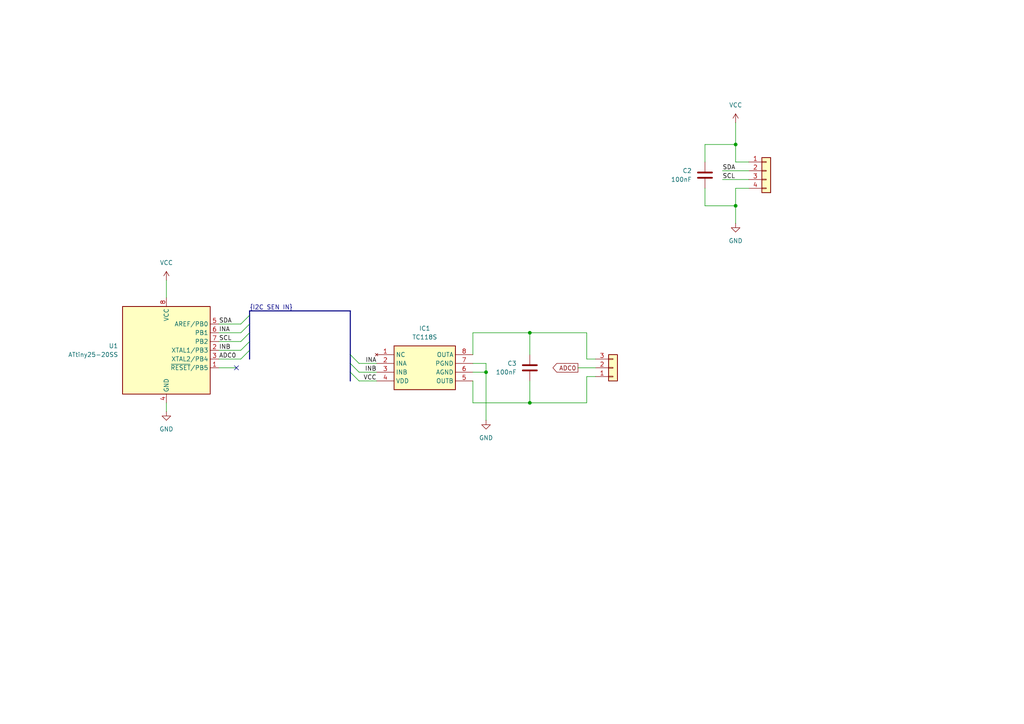
<source format=kicad_sch>
(kicad_sch (version 20231120) (generator "eeschema") (generator_version "8.0")
  (paper "A4")
  (lib_symbols
    (symbol "Connector_Generic:Conn_01x03" (pin_names (offset 1.016) hide)
      (property "Reference" "J" (at 0 5.08 0))
      (property "Value" "Conn_01x03" (at 0 -5.08 0))
      (symbol "Conn_01x03_1_1"
        (rectangle (start -1.27 -2.413) (end 0 -2.667) (stroke (width 0.1524)))
        (rectangle (start -1.27 0.127) (end 0 -0.127) (stroke (width 0.1524)))
        (rectangle (start -1.27 2.667) (end 0 2.413) (stroke (width 0.1524)))
        (rectangle (start -1.27 3.81) (end 1.27 -3.81) (stroke (width 0.254)) (fill (type background)))
        (pin passive line (at -5.08 2.54 0) (length 3.81) (name "Pin_1") (number "1"))
        (pin passive line (at -5.08 0 0) (length 3.81) (name "Pin_2") (number "2"))
        (pin passive line (at -5.08 -2.54 0) (length 3.81) (name "Pin_3") (number "3"))
      )
    )
    (symbol "Connector_Generic:Conn_01x04" (pin_names (offset 1.016) hide)
      (property "Reference" "J" (at 0 5.08 0))
      (property "Value" "Conn_01x04" (at 0 -7.62 0))
      (symbol "Conn_01x04_1_1"
        (rectangle (start -1.27 -4.953) (end 0 -5.207) (stroke (width 0.1524)))
        (rectangle (start -1.27 -2.413) (end 0 -2.667) (stroke (width 0.1524)))
        (rectangle (start -1.27 0.127) (end 0 -0.127) (stroke (width 0.1524)))
        (rectangle (start -1.27 2.667) (end 0 2.413) (stroke (width 0.1524)))
        (rectangle (start -1.27 3.81) (end 1.27 -6.35) (stroke (width 0.254)) (fill (type background)))
        (pin passive line (at -5.08 2.54 0) (length 3.81) (name "Pin_1") (number "1"))
        (pin passive line (at -5.08 0 0) (length 3.81) (name "Pin_2") (number "2"))
        (pin passive line (at -5.08 -2.54 0) (length 3.81) (name "Pin_3") (number "3"))
        (pin passive line (at -5.08 -5.08 0) (length 3.81) (name "Pin_4") (number "4"))
      )
    )
    (symbol "Device:C" (pin_numbers hide) (pin_names (offset 0.254))
      (property "Reference" "C" (at 0.635 2.54 0))
      (property "Value" "C" (at 0.635 -2.54 0))
      (symbol "C_0_1"
        (polyline (pts (xy -2.032 -0.762) (xy 2.032 -0.762)) (stroke (width 0.508)))
        (polyline (pts (xy -2.032 0.762) (xy 2.032 0.762)) (stroke (width 0.508)))
      )
      (symbol "C_1_1"
        (pin passive line (at 0 3.81 270) (length 2.794) (name "~") (number "1"))
        (pin passive line (at 0 -3.81 90) (length 2.794) (name "~") (number "2"))
      )
    )
    (symbol "MCU_Microchip_ATtiny:ATtiny25-20SS"
      (property "Reference" "U" (at -12.7 13.97 0))
      (property "Value" "ATtiny25-20SS" (at 2.54 -13.97 0))
      (symbol "ATtiny25-20SS_0_1"
        (rectangle (start -12.7 -12.7) (end 12.7 12.7) (stroke (width 0.254)) (fill (type background)))
      )
      (symbol "ATtiny25-20SS_1_1"
        (pin bidirectional line (at 15.24 -5.08 180) (length 2.54) (name "~{RESET}/PB5") (number "1"))
        (pin bidirectional line (at 15.24 0 180) (length 2.54) (name "XTAL1/PB3") (number "2"))
        (pin bidirectional line (at 15.24 -2.54 180) (length 2.54) (name "XTAL2/PB4") (number "3"))
        (pin power_in line (at 0 -15.24 90) (length 2.54) (name "GND") (number "4"))
        (pin bidirectional line (at 15.24 7.62 180) (length 2.54) (name "AREF/PB0") (number "5"))
        (pin bidirectional line (at 15.24 5.08 180) (length 2.54) (name "PB1") (number "6"))
        (pin bidirectional line (at 15.24 2.54 180) (length 2.54) (name "PB2") (number "7"))
        (pin power_in line (at 0 15.24 270) (length 2.54) (name "VCC") (number "8"))
      )
    )
    (symbol "TC118S:TC118S"
      (property "Reference" "IC" (at 24.13 7.62 0))
      (property "Value" "TC118S" (at 24.13 5.08 0))
      (symbol "TC118S_1_1"
        (rectangle (start 5.08 2.54) (end 22.86 -10.16) (stroke (width 0.254)) (fill (type background)))
        (pin no_connect line (at 0 0 0) (length 5.08) (name "NC") (number "1"))
        (pin passive line (at 0 -2.54 0) (length 5.08) (name "INA") (number "2"))
        (pin passive line (at 0 -5.08 0) (length 5.08) (name "INB") (number "3"))
        (pin passive line (at 0 -7.62 0) (length 5.08) (name "VDD") (number "4"))
        (pin passive line (at 27.94 -7.62 180) (length 5.08) (name "OUTB") (number "5"))
        (pin passive line (at 27.94 -5.08 180) (length 5.08) (name "AGND") (number "6"))
        (pin passive line (at 27.94 -2.54 180) (length 5.08) (name "PGND") (number "7"))
        (pin passive line (at 27.94 0 180) (length 5.08) (name "OUTA") (number "8"))
      )
    )
    (symbol "power:GND" (power) (pin_numbers hide) (pin_names (offset 0) hide)
      (property "Value" "GND" (at 0 -3.81 0))
      (symbol "GND_0_1"
        (polyline (pts (xy 0 0) (xy 0 -1.27) (xy 1.27 -1.27) (xy 0 -2.54) (xy -1.27 -1.27) (xy 0 -1.27)))
      )
      (symbol "GND_1_1"
        (pin power_in line (at 0 0 270) (length 0) (name "~") (number "1"))
      )
    )
    (symbol "power:VCC" (power) (pin_numbers hide) (pin_names (offset 0) hide)
      (property "Value" "VCC" (at 0 3.556 0))
      (symbol "VCC_0_1"
        (polyline (pts (xy -0.762 1.27) (xy 0 2.54)))
        (polyline (pts (xy 0 0) (xy 0 2.54)))
        (polyline (pts (xy 0 2.54) (xy 0.762 1.27)))
      )
      (symbol "VCC_1_1"
        (pin power_in line (at 0 0 90) (length 0) (name "~") (number "1"))
      )
    )
  )
  (bus_alias "I2C" (members "SDA" "SCL"))
  (bus_alias "IN" (members "INA" "INB"))
  (bus_alias "SEN" (members "ADC[0..3]"))
  (junction (at 153.67 116.84))
  (junction (at 213.36 41.91))
  (junction (at 153.67 96.52))
  (junction (at 140.97 107.95))
  (junction (at 213.36 59.69))
  (no_connect (at 68.58 106.68))
  (bus_entry (at 101.6 105.41) (size 2.54 2.54))
  (bus_entry (at 101.6 102.87) (size 2.54 2.54))
  (bus_entry (at 101.6 107.95) (size 2.54 2.54))
  (bus_entry (at 72.39 96.52) (size -2.54 2.54))
  (bus_entry (at 72.39 93.98) (size -2.54 2.54))
  (bus_entry (at 72.39 99.06) (size -2.54 2.54))
  (bus_entry (at 72.39 101.6) (size -2.54 2.54))
  (bus_entry (at 72.39 91.44) (size -2.54 2.54))
  (wire (pts (xy 209.55 52.07) (xy 217.17 52.07)))
  (wire (pts (xy 63.5 93.98) (xy 69.85 93.98)))
  (bus (pts (xy 101.6 105.41) (xy 101.6 107.95)))
  (wire (pts (xy 213.36 41.91) (xy 204.47 41.91)))
  (wire (pts (xy 204.47 41.91) (xy 204.47 46.99)))
  (bus (pts (xy 72.39 91.44) (xy 72.39 93.98)))
  (wire (pts (xy 172.72 109.22) (xy 170.18 109.22)))
  (wire (pts (xy 63.5 96.52) (xy 69.85 96.52)))
  (wire (pts (xy 137.16 96.52) (xy 153.67 96.52)))
  (wire (pts (xy 153.67 102.87) (xy 153.67 96.52)))
  (wire (pts (xy 140.97 107.95) (xy 140.97 121.92)))
  (wire (pts (xy 137.16 116.84) (xy 137.16 110.49)))
  (wire (pts (xy 48.26 116.84) (xy 48.26 119.38)))
  (wire (pts (xy 140.97 105.41) (xy 140.97 107.95)))
  (wire (pts (xy 153.67 110.49) (xy 153.67 116.84)))
  (wire (pts (xy 137.16 107.95) (xy 140.97 107.95)))
  (wire (pts (xy 137.16 102.87) (xy 137.16 96.52)))
  (wire (pts (xy 104.14 107.95) (xy 109.22 107.95)))
  (wire (pts (xy 63.5 99.06) (xy 69.85 99.06)))
  (wire (pts (xy 48.26 81.28) (xy 48.26 86.36)))
  (wire (pts (xy 104.14 105.41) (xy 109.22 105.41)))
  (wire (pts (xy 172.72 104.14) (xy 170.18 104.14)))
  (bus (pts (xy 101.6 107.95) (xy 101.6 110.49)))
  (bus (pts (xy 101.6 90.17) (xy 72.39 90.17)))
  (bus (pts (xy 72.39 90.17) (xy 72.39 91.44)))
  (wire (pts (xy 213.36 35.56) (xy 213.36 41.91)))
  (wire (pts (xy 153.67 96.52) (xy 170.18 96.52)))
  (wire (pts (xy 137.16 105.41) (xy 140.97 105.41)))
  (wire (pts (xy 213.36 54.61) (xy 217.17 54.61)))
  (wire (pts (xy 204.47 59.69) (xy 213.36 59.69)))
  (bus (pts (xy 72.39 93.98) (xy 72.39 96.52)))
  (wire (pts (xy 213.36 46.99) (xy 217.17 46.99)))
  (bus (pts (xy 72.39 99.06) (xy 72.39 101.6)))
  (wire (pts (xy 170.18 109.22) (xy 170.18 116.84)))
  (bus (pts (xy 72.39 96.52) (xy 72.39 99.06)))
  (bus (pts (xy 101.6 102.87) (xy 101.6 90.17)))
  (wire (pts (xy 204.47 54.61) (xy 204.47 59.69)))
  (wire (pts (xy 213.36 59.69) (xy 213.36 54.61)))
  (wire (pts (xy 137.16 116.84) (xy 153.67 116.84)))
  (wire (pts (xy 153.67 116.84) (xy 170.18 116.84)))
  (wire (pts (xy 167.64 106.68) (xy 172.72 106.68)))
  (wire (pts (xy 213.36 64.77) (xy 213.36 59.69)))
  (wire (pts (xy 209.55 49.53) (xy 217.17 49.53)))
  (wire (pts (xy 68.58 106.68) (xy 63.5 106.68)))
  (wire (pts (xy 104.14 110.49) (xy 109.22 110.49)))
  (bus (pts (xy 101.6 105.41) (xy 101.6 102.87)))
  (wire (pts (xy 213.36 41.91) (xy 213.36 46.99)))
  (wire (pts (xy 63.5 104.14) (xy 69.85 104.14)))
  (bus (pts (xy 72.39 101.6) (xy 72.39 104.14)))
  (wire (pts (xy 170.18 104.14) (xy 170.18 96.52)))
  (wire (pts (xy 63.5 101.6) (xy 69.85 101.6)))
  (label "INB" (at 63.5 101.6 0))
  (label "INA" (at 63.5 96.52 0))
  (label "INA" (at 109.22 105.41 180))
  (label "{I2C SEN IN}" (at 72.39 90.17 0))
  (label "ADC0" (at 63.5 104.14 0))
  (label "INB" (at 109.22 107.95 180))
  (label "VCC" (at 109.22 110.49 180))
  (label "SCL" (at 63.5 99.06 0))
  (label "SDA" (at 63.5 93.98 0))
  (label "SCL" (at 209.55 52.07 0))
  (label "SDA" (at 209.55 49.53 0))
  (global_label "ADC0" (shape output) (at 167.64 106.68 180) (property "Intersheetrefs" "${INTERSHEET_REFS}" (effects (hide yes))))
  (symbol (lib_id "Device:C") (at 153.67 106.68 0) (mirror y) (unit 1)
    (property "Reference" "C3" (at 149.86 105.4099 0) (effects (justify left)))
    (property "Value" "100nF" (at 149.86 107.9499 0) (effects (justify left)))
    (property "Footprint" "Capacitor_SMD:C_0603_1608Metric" (effects (hide yes)))
    (property "Description" "Unpolarized capacitor" (effects (hide yes)))
  )
  (symbol (lib_id "power:GND") (at 213.36 64.77 0) (unit 1)
    (property "Reference" "#PWR05" (effects (hide yes)))
    (property "Value" "GND" (at 213.36 69.85 0))
    (property "Description" "Power symbol creates a global label with name \"GND\" , ground" (effects (hide yes)))
  )
  (symbol (lib_id "Connector_Generic:Conn_01x03") (at 177.8 106.68 0) (mirror x) (unit 1)
    (property "Reference" "J1" (effects (hide yes)))
    (property "Value" "Conn_01x03" (effects (hide yes)))
    (property "Footprint" "Connector_Servo_Driver:Connector_DC_Motor" (effects (hide yes)))
    (property "Description" "Generic connector, single row, 01x03, script generated (kicad-library-utils/schlib/autogen/connector/)" (effects (hide yes)))
  )
  (symbol (lib_id "power:GND") (at 48.26 119.38 0) (unit 1)
    (property "Reference" "#PWR02" (effects (hide yes)))
    (property "Value" "GND" (at 48.26 124.46 0))
    (property "Description" "Power symbol creates a global label with name \"GND\" , ground" (effects (hide yes)))
  )
  (symbol (lib_id "MCU_Microchip_ATtiny:ATtiny25-20SS") (at 48.26 101.6 0) (unit 1)
    (property "Reference" "U1" (at 34.29 100.3299 0) (effects (justify right)))
    (property "Value" "ATtiny25-20SS" (at 34.29 102.8699 0) (effects (justify right)))
    (property "Footprint" "Package_SO:SOIC-8_3.9x4.9mm_P1.27mm" (effects (hide yes)))
    (property "Datasheet" "http://ww1.microchip.com/downloads/en/DeviceDoc/atmel-2586-avr-8-bit-microcontroller-attiny25-attiny45-attiny85_datasheet.pdf" (effects (hide yes)))
    (property "Description" "20MHz, 2kB Flash, 128B SRAM, 128B EEPROM, debugWIRE, SOIC-8" (effects (hide yes)))
  )
  (symbol (lib_id "power:VCC") (at 48.26 81.28 0) (unit 1)
    (property "Reference" "#PWR01" (effects (hide yes)))
    (property "Value" "VCC" (at 48.26 76.2 0))
    (property "Description" "Power symbol creates a global label with name \"VCC\"" (effects (hide yes)))
  )
  (symbol (lib_id "Connector_Generic:Conn_01x04") (at 222.25 49.53 0) (unit 1)
    (property "Reference" "J2" (effects (hide yes)))
    (property "Value" "Conn_01x04" (effects (hide yes)))
    (property "Footprint" "Connector_Servo_Driver:Connector_Servo_Driver" (effects (hide yes)))
    (property "Description" "Generic connector, single row, 01x04, script generated (kicad-library-utils/schlib/autogen/connector/)" (effects (hide yes)))
  )
  (symbol (lib_id "TC118S:TC118S") (at 109.22 102.87 0) (unit 1)
    (property "Reference" "IC1" (at 123.19 95.25 0))
    (property "Value" "TC118S" (at 123.19 97.79 0))
    (property "Footprint" "SOIC127P600X155-8N" (effects (hide yes)))
    (property "Datasheet" "http://www.chipsourcetek.com/Uploads/file/TC118S.pdf" (effects (hide yes)))
    (property "Description" "SOP-8_150mil Motor Driver ICs" (effects (hide yes)))
    (property "Height" "1.55" (effects (hide yes)))
    (property "Manufacturer_Name" "Chipsee" (effects (hide yes)))
    (property "Manufacturer_Part_Number" "TC118S" (effects (hide yes)))
  )
  (symbol (lib_id "Device:C") (at 204.47 50.8 0) (mirror y) (unit 1)
    (property "Reference" "C2" (at 200.66 49.5299 0) (effects (justify left)))
    (property "Value" "100nF" (at 200.66 52.0699 0) (effects (justify left)))
    (property "Footprint" "Capacitor_SMD:C_0603_1608Metric" (effects (hide yes)))
    (property "Description" "Unpolarized capacitor" (effects (hide yes)))
  )
  (symbol (lib_id "power:VCC") (at 213.36 35.56 0) (unit 1)
    (property "Reference" "#PWR07" (effects (hide yes)))
    (property "Value" "VCC" (at 213.36 30.48 0))
    (property "Description" "Power symbol creates a global label with name \"VCC\"" (effects (hide yes)))
  )
  (symbol (lib_id "power:GND") (at 140.97 121.92 0) (unit 1)
    (property "Reference" "#PWR03" (effects (hide yes)))
    (property "Value" "GND" (at 140.97 127 0))
    (property "Description" "Power symbol creates a global label with name \"GND\" , ground" (effects (hide yes)))
  )
)
</source>
